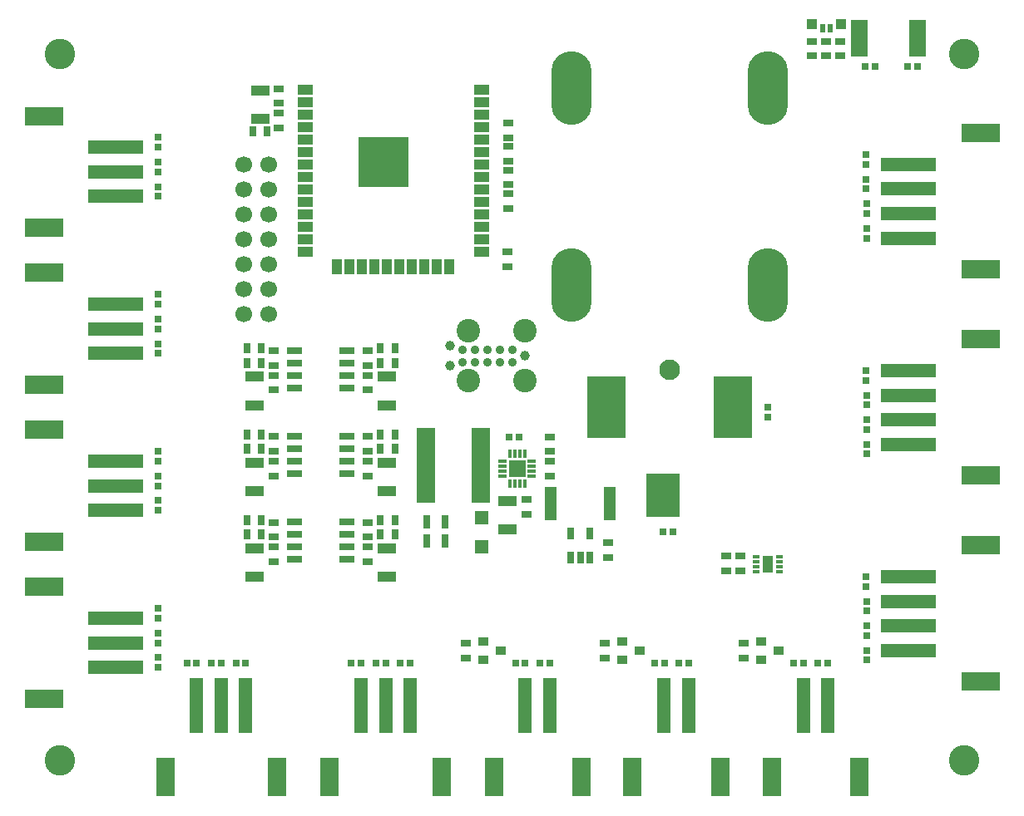
<source format=gts>
%FSLAX25Y25*%
%MOIN*%
G70*
G01*
G75*
G04 Layer_Color=8388736*
%ADD10C,0.00787*%
%ADD11R,0.02362X0.03543*%
%ADD12R,0.03543X0.02362*%
%ADD13R,0.07087X0.03543*%
%ADD14R,0.15354X0.07087*%
%ADD15R,0.21654X0.05118*%
%ADD16R,0.02756X0.02362*%
%ADD17R,0.03937X0.06693*%
%ADD18R,0.02165X0.00984*%
%ADD19R,0.02362X0.02756*%
%ADD20R,0.03827X0.03158*%
%ADD21R,0.06693X0.06693*%
%ADD22R,0.03150X0.01181*%
%ADD23R,0.01181X0.03150*%
%ADD24R,0.06102X0.02362*%
%ADD25R,0.03543X0.05906*%
%ADD26R,0.05906X0.03543*%
%ADD27R,0.19685X0.19685*%
%ADD28R,0.06693X0.14567*%
%ADD29R,0.07087X0.29528*%
%ADD30R,0.03937X0.03543*%
%ADD31R,0.01575X0.03150*%
%ADD32R,0.15354X0.24410*%
%ADD33R,0.12992X0.17323*%
%ADD34R,0.07087X0.15354*%
%ADD35R,0.05118X0.21654*%
%ADD36C,0.03150*%
%ADD37R,0.04921X0.04803*%
%ADD38R,0.02756X0.05118*%
%ADD39R,0.04724X0.13386*%
%ADD40R,0.02362X0.04134*%
%ADD41C,0.02362*%
%ADD42C,0.02559*%
%ADD43C,0.01181*%
%ADD44C,0.00984*%
%ADD45C,0.03543*%
%ADD46C,0.01575*%
%ADD47C,0.03150*%
%ADD48C,0.04724*%
%ADD49C,0.02756*%
%ADD50C,0.02165*%
%ADD51C,0.01772*%
%ADD52R,0.06200X0.09744*%
%ADD53R,0.06200X0.17300*%
%ADD54R,0.04035X0.13976*%
%ADD55R,0.13976X0.04035*%
%ADD56C,0.07874*%
%ADD57C,0.06299*%
%ADD58C,0.03543*%
%ADD59C,0.09055*%
%ADD60O,0.15748X0.29134*%
%ADD61C,0.11811*%
%ADD62C,0.02559*%
%ADD63C,0.04000*%
%ADD64C,0.10630*%
%ADD65C,0.06693*%
%ADD66C,0.12008*%
%ADD67O,0.18504X0.31890*%
%ADD68C,0.14567*%
%ADD69C,0.03543*%
%ADD70C,0.01969*%
%ADD71R,0.19685X0.11811*%
%ADD72R,0.11811X0.19685*%
%ADD73R,0.03937X0.03937*%
%ADD74R,0.19685X0.19685*%
%ADD75R,0.17421X0.08465*%
%ADD76R,0.17815X0.04429*%
%ADD77R,0.17815X0.04429*%
%ADD78R,0.17421X0.08465*%
%ADD79R,0.17815X0.04429*%
%ADD80R,0.17421X0.08465*%
%ADD81R,0.17421X0.08465*%
%ADD82R,0.17815X0.04429*%
%ADD83R,0.04429X0.17815*%
%ADD84R,0.04429X0.17815*%
%ADD85R,0.04429X0.16043*%
%ADD86R,0.17913X0.15157*%
%ADD87C,0.01000*%
%ADD88C,0.00100*%
%ADD89C,0.00394*%
%ADD90R,0.06299X0.06299*%
%ADD91R,0.15748X0.15748*%
%ADD92R,0.02756X0.03937*%
%ADD93R,0.03937X0.02756*%
%ADD94R,0.07480X0.03937*%
%ADD95R,0.15748X0.07480*%
%ADD96R,0.22047X0.05512*%
%ADD97R,0.03150X0.02756*%
%ADD98R,0.04331X0.07087*%
%ADD99R,0.02559X0.01378*%
%ADD100R,0.02756X0.03150*%
%ADD101R,0.04221X0.03551*%
%ADD102R,0.07087X0.07087*%
%ADD103R,0.03543X0.01575*%
%ADD104R,0.01575X0.03543*%
%ADD105R,0.06496X0.02756*%
%ADD106R,0.03937X0.06299*%
%ADD107R,0.06299X0.03937*%
%ADD108R,0.20079X0.20079*%
%ADD109R,0.07087X0.14961*%
%ADD110R,0.07480X0.29921*%
%ADD111R,0.04331X0.03937*%
%ADD112R,0.01969X0.03543*%
%ADD113R,0.15748X0.24803*%
%ADD114R,0.13386X0.17716*%
%ADD115R,0.07480X0.15748*%
%ADD116R,0.05512X0.22047*%
%ADD117R,0.05315X0.05197*%
%ADD118R,0.03150X0.05512*%
%ADD119R,0.05118X0.13780*%
%ADD120R,0.02756X0.04528*%
%ADD121C,0.08268*%
%ADD122C,0.03937*%
%ADD123C,0.09449*%
%ADD124O,0.16142X0.29528*%
%ADD125C,0.12205*%
D58*
X-15079Y18169D02*
D03*
X-20079D02*
D03*
Y23169D02*
D03*
X-15079D02*
D03*
X-79D02*
D03*
Y18169D02*
D03*
X-5079Y23169D02*
D03*
Y18169D02*
D03*
X-10079Y23169D02*
D03*
Y18169D02*
D03*
D65*
X-97559Y87520D02*
D03*
X-107559Y97520D02*
D03*
X-97559D02*
D03*
X-107559Y87520D02*
D03*
Y77520D02*
D03*
X-97559D02*
D03*
X-107559Y67520D02*
D03*
X-97559D02*
D03*
X-107559Y57520D02*
D03*
X-97559D02*
D03*
X-107559Y47520D02*
D03*
X-97559D02*
D03*
X-107559Y37520D02*
D03*
X-97559D02*
D03*
D92*
X-47047Y-10827D02*
D03*
X-52953D02*
D03*
X-47047Y-16535D02*
D03*
X-52953D02*
D03*
X-47047Y23622D02*
D03*
X-52953D02*
D03*
X-47047Y17913D02*
D03*
X-52953D02*
D03*
X-47047Y-45276D02*
D03*
X-52953D02*
D03*
X-47047Y-50984D02*
D03*
X-52953D02*
D03*
X-104035Y110630D02*
D03*
X-98130D02*
D03*
X-100492Y-50984D02*
D03*
X-106398D02*
D03*
X-100492Y-16535D02*
D03*
X-106398D02*
D03*
X-100492Y17913D02*
D03*
X-106398D02*
D03*
X-100492Y-45276D02*
D03*
X-106398D02*
D03*
X-100492Y-10827D02*
D03*
X-106398D02*
D03*
X-100492Y23622D02*
D03*
X-106398D02*
D03*
D93*
X-57972Y-11713D02*
D03*
Y-17618D02*
D03*
Y-27461D02*
D03*
Y-21555D02*
D03*
X-57972Y22736D02*
D03*
Y16831D02*
D03*
Y6988D02*
D03*
Y12894D02*
D03*
X-57973Y-46161D02*
D03*
Y-52067D02*
D03*
Y-61910D02*
D03*
Y-56004D02*
D03*
X85630Y-65551D02*
D03*
Y-59646D02*
D03*
X-1575Y98721D02*
D03*
Y104626D02*
D03*
Y108169D02*
D03*
Y114075D02*
D03*
Y85728D02*
D03*
Y79823D02*
D03*
Y89272D02*
D03*
Y95177D02*
D03*
X37008Y-100591D02*
D03*
Y-94685D02*
D03*
X-18701Y-100591D02*
D03*
Y-94685D02*
D03*
X92717Y-100591D02*
D03*
Y-94685D02*
D03*
X-93504Y121949D02*
D03*
Y127854D02*
D03*
Y118012D02*
D03*
Y112106D02*
D03*
X-1870Y56595D02*
D03*
Y62500D02*
D03*
X14968Y-11807D02*
D03*
Y-17713D02*
D03*
Y-27555D02*
D03*
Y-21650D02*
D03*
X-95472Y-61910D02*
D03*
Y-56004D02*
D03*
X-95473Y-27461D02*
D03*
Y-21555D02*
D03*
X-95473Y6988D02*
D03*
Y12894D02*
D03*
X-95472Y-52067D02*
D03*
Y-46161D02*
D03*
X-95473Y-17618D02*
D03*
Y-11713D02*
D03*
X-95473Y16831D02*
D03*
Y22736D02*
D03*
X120079Y146850D02*
D03*
Y140945D02*
D03*
X125787Y146850D02*
D03*
Y140945D02*
D03*
X131496Y146850D02*
D03*
Y140945D02*
D03*
X5815Y-37004D02*
D03*
Y-42909D02*
D03*
X38583Y-54331D02*
D03*
Y-60236D02*
D03*
X91339Y-59646D02*
D03*
Y-65551D02*
D03*
D94*
X-50295Y12303D02*
D03*
Y886D02*
D03*
X-50295Y-56595D02*
D03*
Y-68012D02*
D03*
X-50295Y-22146D02*
D03*
Y-33563D02*
D03*
X-100787Y115847D02*
D03*
Y127264D02*
D03*
X-1862Y-37595D02*
D03*
Y-49012D02*
D03*
X-103150Y-68012D02*
D03*
Y-56594D02*
D03*
X-103150Y-33563D02*
D03*
Y-22146D02*
D03*
X-103149Y886D02*
D03*
Y12303D02*
D03*
D95*
X187598Y-27362D02*
D03*
Y27362D02*
D03*
Y-55315D02*
D03*
Y-110039D02*
D03*
X-187598Y116929D02*
D03*
Y72047D02*
D03*
Y-72047D02*
D03*
Y-116929D02*
D03*
Y53937D02*
D03*
Y9055D02*
D03*
Y-9055D02*
D03*
Y-53937D02*
D03*
X187598Y110039D02*
D03*
Y55315D02*
D03*
D96*
X158858Y4921D02*
D03*
Y-4921D02*
D03*
Y-14764D02*
D03*
Y14764D02*
D03*
Y-67913D02*
D03*
Y-97441D02*
D03*
Y-87598D02*
D03*
Y-77756D02*
D03*
X-158858Y84646D02*
D03*
Y94488D02*
D03*
Y104331D02*
D03*
Y-104331D02*
D03*
Y-94488D02*
D03*
Y-84646D02*
D03*
Y21654D02*
D03*
Y31496D02*
D03*
Y41339D02*
D03*
Y-41339D02*
D03*
Y-31496D02*
D03*
Y-21654D02*
D03*
X158858Y97441D02*
D03*
Y67913D02*
D03*
Y77756D02*
D03*
Y87598D02*
D03*
D97*
X141831Y-67914D02*
D03*
Y-71851D02*
D03*
X142028Y-81693D02*
D03*
Y-77756D02*
D03*
Y-91536D02*
D03*
Y-87599D02*
D03*
Y-101378D02*
D03*
Y-97441D02*
D03*
X142027Y71850D02*
D03*
Y67913D02*
D03*
Y81693D02*
D03*
Y77756D02*
D03*
X141831Y91535D02*
D03*
Y87598D02*
D03*
Y97441D02*
D03*
Y101378D02*
D03*
X141831Y14764D02*
D03*
Y10827D02*
D03*
X142028Y984D02*
D03*
Y4921D02*
D03*
Y-8858D02*
D03*
Y-4921D02*
D03*
Y-18701D02*
D03*
Y-14764D02*
D03*
X-141831Y84646D02*
D03*
Y88583D02*
D03*
Y94488D02*
D03*
Y98425D02*
D03*
X-142028Y108268D02*
D03*
Y104331D02*
D03*
X102559Y-3937D02*
D03*
Y-0D02*
D03*
X-141831Y-104331D02*
D03*
Y-100394D02*
D03*
Y21654D02*
D03*
Y25591D02*
D03*
Y-41339D02*
D03*
Y-37402D02*
D03*
Y-94488D02*
D03*
Y-90551D02*
D03*
Y31496D02*
D03*
Y35433D02*
D03*
Y-31496D02*
D03*
Y-27559D02*
D03*
X-142028Y-80709D02*
D03*
Y-84646D02*
D03*
Y45276D02*
D03*
Y41339D02*
D03*
Y-17717D02*
D03*
Y-21654D02*
D03*
D98*
X102362Y-62992D02*
D03*
D99*
X97736Y-65945D02*
D03*
Y-63976D02*
D03*
Y-62008D02*
D03*
Y-60039D02*
D03*
X106988D02*
D03*
Y-62008D02*
D03*
Y-63976D02*
D03*
Y-65945D02*
D03*
D100*
X56988Y-102657D02*
D03*
X60925D02*
D03*
X66831D02*
D03*
X70768D02*
D03*
X11122D02*
D03*
X15059D02*
D03*
X1279D02*
D03*
X5216D02*
D03*
X122539D02*
D03*
X126476D02*
D03*
X112697D02*
D03*
X116634D02*
D03*
X-40846Y-102461D02*
D03*
X-44783D02*
D03*
X-50689D02*
D03*
X-54626D02*
D03*
X-64469Y-102657D02*
D03*
X-60531D02*
D03*
X-106791Y-102461D02*
D03*
X-110728D02*
D03*
X-116634D02*
D03*
X-120571D02*
D03*
X-130413Y-102657D02*
D03*
X-126476D02*
D03*
X64370Y-50000D02*
D03*
X60433D02*
D03*
X141339Y136811D02*
D03*
X145275D02*
D03*
X162402Y136811D02*
D03*
X158465D02*
D03*
X-1083Y-12008D02*
D03*
X2854D02*
D03*
D101*
X44055Y-93897D02*
D03*
Y-101378D02*
D03*
X51024Y-97638D02*
D03*
X-11654Y-93897D02*
D03*
Y-101378D02*
D03*
X-4685Y-97638D02*
D03*
X99764Y-93897D02*
D03*
Y-101378D02*
D03*
X106732Y-97638D02*
D03*
D102*
X1976Y-24602D02*
D03*
D103*
X-3929Y-27555D02*
D03*
Y-25587D02*
D03*
Y-23618D02*
D03*
Y-21650D02*
D03*
X7882D02*
D03*
Y-23618D02*
D03*
Y-25587D02*
D03*
Y-27555D02*
D03*
D104*
X-976Y-18697D02*
D03*
X992D02*
D03*
X2961D02*
D03*
X4929D02*
D03*
Y-30508D02*
D03*
X2961D02*
D03*
X992D02*
D03*
X-976D02*
D03*
D105*
X-66142Y-61043D02*
D03*
Y-56043D02*
D03*
Y-51043D02*
D03*
Y-46043D02*
D03*
X-87402Y-61043D02*
D03*
Y-56043D02*
D03*
Y-51043D02*
D03*
Y-46043D02*
D03*
X-66142Y-26595D02*
D03*
Y-21595D02*
D03*
Y-16595D02*
D03*
Y-11595D02*
D03*
X-87401Y-26595D02*
D03*
Y-21595D02*
D03*
Y-16595D02*
D03*
Y-11595D02*
D03*
X-66142Y7854D02*
D03*
Y12854D02*
D03*
Y17854D02*
D03*
Y22854D02*
D03*
X-87401Y7854D02*
D03*
Y12854D02*
D03*
Y17854D02*
D03*
Y22854D02*
D03*
D106*
X-25138Y56595D02*
D03*
X-30138D02*
D03*
X-35138D02*
D03*
X-40138D02*
D03*
X-45138D02*
D03*
X-50138D02*
D03*
X-55138D02*
D03*
X-60138D02*
D03*
X-65138D02*
D03*
X-70138D02*
D03*
D03*
D107*
X-83071Y62461D02*
D03*
Y67461D02*
D03*
Y72461D02*
D03*
Y77461D02*
D03*
Y82461D02*
D03*
Y87461D02*
D03*
Y92461D02*
D03*
Y97461D02*
D03*
Y102461D02*
D03*
Y107461D02*
D03*
Y112461D02*
D03*
Y117461D02*
D03*
Y122461D02*
D03*
Y127461D02*
D03*
X-12205Y62461D02*
D03*
Y67461D02*
D03*
Y72461D02*
D03*
Y77461D02*
D03*
Y82461D02*
D03*
Y87461D02*
D03*
Y92461D02*
D03*
Y97461D02*
D03*
Y102461D02*
D03*
Y107461D02*
D03*
Y112461D02*
D03*
Y117461D02*
D03*
Y122461D02*
D03*
Y127461D02*
D03*
D108*
X-51693Y98366D02*
D03*
D109*
X162402Y148130D02*
D03*
X139173D02*
D03*
D110*
X-12598Y-23130D02*
D03*
X-34646D02*
D03*
D111*
X131890Y153839D02*
D03*
X120079D02*
D03*
D112*
X127559Y152067D02*
D03*
X124409D02*
D03*
D113*
X88386Y0D02*
D03*
X37598D02*
D03*
D114*
X60433Y-35236D02*
D03*
D115*
X104035Y-148228D02*
D03*
X139075D02*
D03*
X48228D02*
D03*
X83268D02*
D03*
X-7382D02*
D03*
X27657D02*
D03*
X-73130D02*
D03*
X-28248D02*
D03*
X-139075D02*
D03*
X-94193D02*
D03*
D116*
X126476Y-119488D02*
D03*
X116634D02*
D03*
X70669D02*
D03*
X60827D02*
D03*
X15059D02*
D03*
X5217D02*
D03*
X-40846D02*
D03*
X-50689D02*
D03*
X-60531D02*
D03*
X-106791D02*
D03*
X-116634D02*
D03*
X-126476D02*
D03*
D117*
X-12197Y-55862D02*
D03*
Y-44130D02*
D03*
D118*
X-34242Y-53441D02*
D03*
X-26762D02*
D03*
X-34244Y-45961D02*
D03*
X-26764D02*
D03*
D119*
X15453Y-38484D02*
D03*
X39075D02*
D03*
D120*
X23524Y-60236D02*
D03*
X27264D02*
D03*
X31004D02*
D03*
Y-50590D02*
D03*
X23524D02*
D03*
D121*
X62992Y14961D02*
D03*
D122*
X4921Y20669D02*
D03*
X-25079Y16673D02*
D03*
Y24665D02*
D03*
D123*
X4921Y10669D02*
D03*
Y30669D02*
D03*
X-17579Y10669D02*
D03*
Y30669D02*
D03*
D124*
X102362Y127953D02*
D03*
X23622D02*
D03*
Y49213D02*
D03*
X102362D02*
D03*
D125*
X181102Y-141732D02*
D03*
Y141732D02*
D03*
X-181102Y-141732D02*
D03*
Y141732D02*
D03*
M02*

</source>
